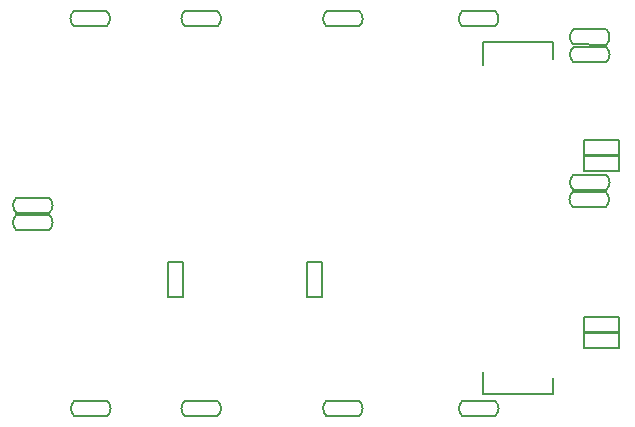
<source format=gbo>
%FSLAX44Y44*%
%MOMM*%
G71*
G01*
G75*
G04 Layer_Color=32896*
%ADD10O,2.0320X0.6096*%
%ADD11C,0.2000*%
%ADD12C,0.2032*%
%ADD13C,0.8000*%
%ADD14C,1.0000*%
%ADD15C,3.6000*%
%ADD16C,0.4000*%
%ADD17C,1.2000*%
%ADD18C,1.0160*%
%ADD19C,1.1000*%
%ADD20C,1.4000*%
%ADD21C,1.5000*%
%ADD22R,0.9398X1.0160*%
%ADD23R,0.9400X1.0160*%
%ADD24R,2.2000X0.3600*%
%ADD25R,3.0000X1.0000*%
%ADD26R,0.9652X0.8890*%
%ADD27R,0.8890X0.9652*%
%ADD28C,0.4000*%
%ADD29C,0.1500*%
%ADD30C,0.2540*%
%ADD31C,0.3000*%
%ADD32O,2.2352X0.8128*%
%ADD33C,3.8032*%
%ADD34C,0.6032*%
%ADD35C,1.4032*%
%ADD36R,1.1430X1.2192*%
%ADD37R,1.1432X1.2192*%
%ADD38R,2.4032X0.5632*%
%ADD39R,3.2032X1.2032*%
%ADD40R,1.1684X1.0922*%
%ADD41R,1.0922X1.1684*%
%ADD42C,0.1270*%
%ADD43C,0.1524*%
D12*
X-50000Y24000D02*
X10000D01*
Y10000D02*
Y24000D01*
X-50000Y5000D02*
Y24000D01*
Y-274000D02*
X10000D01*
X-50000D02*
Y-255000D01*
X10000Y-274000D02*
Y-260000D01*
D29*
X36150Y-58650D02*
X65360D01*
X36150Y-71350D02*
X65360D01*
X36150Y-222150D02*
X65360D01*
X36150Y-234850D02*
X65360D01*
X-198850Y-191350D02*
Y-162140D01*
X-186150Y-191350D02*
Y-162140D01*
X36150Y-72650D02*
X65360D01*
X36150Y-85350D02*
X65360D01*
X36150Y-208150D02*
X65360D01*
X36150Y-220850D02*
X65360D01*
X-316350Y-191350D02*
Y-162140D01*
X-303650Y-191350D02*
Y-162140D01*
D42*
X-39446Y37549D02*
G03*
X-39301Y50323I-5549J6451D01*
G01*
X-67250Y50388D02*
G03*
X-67250Y37612I5999J-6388D01*
G01*
X-154446Y37549D02*
G03*
X-154301Y50323I-5549J6451D01*
G01*
X-182250Y50388D02*
G03*
X-182250Y37612I5999J-6388D01*
G01*
X-274446Y37549D02*
G03*
X-274301Y50323I-5549J6451D01*
G01*
X-302250Y50388D02*
G03*
X-302250Y37612I5999J-6388D01*
G01*
X-396054Y50451D02*
G03*
X-396199Y37677I5549J-6451D01*
G01*
X-368250Y37612D02*
G03*
X-368250Y50388I-5999J6388D01*
G01*
X-39446Y-292451D02*
G03*
X-39301Y-279677I-5549J6451D01*
G01*
X-67250Y-279612D02*
G03*
X-67250Y-292388I5999J-6388D01*
G01*
X-154446Y-292451D02*
G03*
X-154301Y-279677I-5549J6451D01*
G01*
X-182250Y-279612D02*
G03*
X-182250Y-292388I5999J-6388D01*
G01*
X-274446Y-292451D02*
G03*
X-274301Y-279677I-5549J6451D01*
G01*
X-302250Y-279612D02*
G03*
X-302250Y-292388I5999J-6388D01*
G01*
X-395554Y-279549D02*
G03*
X-395699Y-292323I5549J-6451D01*
G01*
X-367750Y-292388D02*
G03*
X-367750Y-279612I-5999J6388D01*
G01*
X-444750Y-107612D02*
G03*
X-444750Y-120388I5999J-6388D01*
G01*
X-416946Y-120451D02*
G03*
X-416801Y-107677I-5549J6451D01*
G01*
X-416946Y-134951D02*
G03*
X-416801Y-122177I-5549J6451D01*
G01*
X-444750Y-122112D02*
G03*
X-444750Y-134888I5999J-6388D01*
G01*
X54750Y22112D02*
G03*
X54750Y34888I-5999J6388D01*
G01*
X26946Y34951D02*
G03*
X26801Y22177I5549J-6451D01*
G01*
X54750Y7112D02*
G03*
X54750Y19888I-5999J6388D01*
G01*
X26946Y19951D02*
G03*
X26801Y7177I5549J-6451D01*
G01*
X26446Y-102549D02*
G03*
X26301Y-115323I5549J-6451D01*
G01*
X54250Y-115388D02*
G03*
X54250Y-102612I-5999J6388D01*
G01*
X26946Y-88049D02*
G03*
X26801Y-100823I5549J-6451D01*
G01*
X54750Y-100888D02*
G03*
X54750Y-88112I-5999J6388D01*
G01*
X-67245Y37607D02*
X-39448Y37548D01*
X-67253Y50385D02*
X-39303Y50325D01*
X-182245Y37607D02*
X-154448Y37548D01*
X-182253Y50385D02*
X-154303Y50325D01*
X-302245Y37607D02*
X-274448Y37548D01*
X-302253Y50385D02*
X-274303Y50325D01*
X-396052Y50452D02*
X-368255Y50393D01*
X-396197Y37675D02*
X-368247Y37614D01*
X-67245Y-292393D02*
X-39448Y-292452D01*
X-67253Y-279615D02*
X-39303Y-279675D01*
X-182245Y-292393D02*
X-154448Y-292452D01*
X-182253Y-279615D02*
X-154303Y-279675D01*
X-302245Y-292393D02*
X-274448Y-292452D01*
X-302253Y-279615D02*
X-274303Y-279675D01*
X-395552Y-279548D02*
X-367755Y-279607D01*
X-395697Y-292325D02*
X-367747Y-292386D01*
X-444753Y-107614D02*
X-416803Y-107675D01*
X-444745Y-120393D02*
X-416948Y-120452D01*
X-444745Y-134893D02*
X-416948Y-134952D01*
X-444753Y-122114D02*
X-416803Y-122175D01*
X26803Y22175D02*
X54753Y22114D01*
X26948Y34952D02*
X54745Y34893D01*
X26803Y7175D02*
X54753Y7114D01*
X26948Y19952D02*
X54745Y19893D01*
X26448Y-102548D02*
X54245Y-102607D01*
X26303Y-115325D02*
X54253Y-115386D01*
X26948Y-88048D02*
X54745Y-88107D01*
X26803Y-100825D02*
X54753Y-100885D01*
D43*
X36150Y-71350D02*
Y-58650D01*
X65360Y-71350D02*
Y-58650D01*
X36150Y-234850D02*
Y-222150D01*
X65360Y-234850D02*
Y-222150D01*
X-198850Y-191350D02*
X-186150D01*
X-198850Y-162140D02*
X-186150D01*
X36150Y-85350D02*
Y-72650D01*
X65360Y-85350D02*
Y-72650D01*
X36150Y-220850D02*
Y-208150D01*
X65360Y-220850D02*
Y-208150D01*
X-316350Y-191350D02*
X-303650D01*
X-316350Y-162140D02*
X-303650D01*
M02*

</source>
